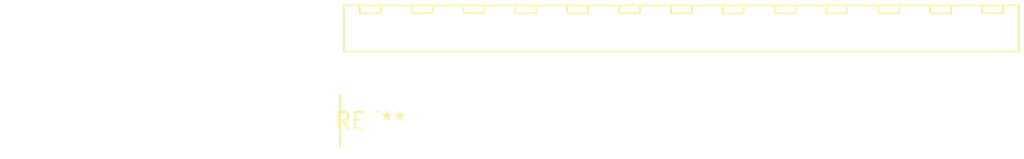
<source format=kicad_pcb>
(kicad_pcb (version 20240108) (generator pcbnew)
  (layers (0 "F.Cu" signal) (31 "B.Cu" signal) (34 "B.Paste" user) (35 "F.Paste" user) (36 "B.SilkS" user "B.Silkscreen") (37 "F.SilkS" user "F.Silkscreen") (38 "B.Mask" user) (39 "F.Mask" user) (44 "Edge.Cuts" user))
  (net 0 "")
  (footprint "Molex_KK-396_A-41792-0013_1x13_P3.96mm_Horizontal" (layer "F.Cu") (at 0 0)
    (property "Reference" "REF**")
    (property "Value" "Molex_KK-396_A-41792-0013_1x13_P3.96mm_Horizontal")
    (fp_line (start -2.305 -2) (end -2.305 2) (layer "F.SilkS") (stroke (width 0.12)))
    (fp_line (start -2.015 -8.82) (end 49.535 -8.82) (layer "F.SilkS") (stroke (width 0.12)))
    (fp_line (start -2.015 -5.3) (end -2.015 -8.82) (layer "F.SilkS") (stroke (width 0.12)))
    (fp_line (start -0.8 -8.82) (end -0.8 -8.22) (layer "F.SilkS") (stroke (width 0.12)))
    (fp_line (start -0.8 -8.22) (end 0.8 -8.22) (layer "F.SilkS") (stroke (width 0.12)))
    (fp_line (start 0.8 -8.22) (end 0.8 -8.82) (layer "F.SilkS") (stroke (width 0.12)))
    (fp_line (start 3.16 -8.82) (end 3.16 -8.22) (layer "F.SilkS") (stroke (width 0.12)))
    (fp_line (start 3.16 -8.22) (end 4.76 -8.22) (layer "F.SilkS") (stroke (width 0.12)))
    (fp_line (start 4.76 -8.22) (end 4.76 -8.82) (layer "F.SilkS") (stroke (width 0.12)))
    (fp_line (start 7.12 -8.82) (end 7.12 -8.22) (layer "F.SilkS") (stroke (width 0.12)))
    (fp_line (start 7.12 -8.22) (end 8.72 -8.22) (layer "F.SilkS") (stroke (width 0.12)))
    (fp_line (start 8.72 -8.22) (end 8.72 -8.82) (layer "F.SilkS") (stroke (width 0.12)))
    (fp_line (start 11.08 -8.82) (end 11.08 -8.22) (layer "F.SilkS") (stroke (width 0.12)))
    (fp_line (start 11.08 -8.22) (end 12.68 -8.22) (layer "F.SilkS") (stroke (width 0.12)))
    (fp_line (start 12.68 -8.22) (end 12.68 -8.82) (layer "F.SilkS") (stroke (width 0.12)))
    (fp_line (start 15.04 -8.82) (end 15.04 -8.22) (layer "F.SilkS") (stroke (width 0.12)))
    (fp_line (start 15.04 -8.22) (end 16.64 -8.22) (layer "F.SilkS") (stroke (width 0.12)))
    (fp_line (start 16.64 -8.22) (end 16.64 -8.82) (layer "F.SilkS") (stroke (width 0.12)))
    (fp_line (start 19 -8.82) (end 19 -8.22) (layer "F.SilkS") (stroke (width 0.12)))
    (fp_line (start 19 -8.22) (end 20.6 -8.22) (layer "F.SilkS") (stroke (width 0.12)))
    (fp_line (start 20.6 -8.22) (end 20.6 -8.82) (layer "F.SilkS") (stroke (width 0.12)))
    (fp_line (start 22.96 -8.82) (end 22.96 -8.22) (layer "F.SilkS") (stroke (width 0.12)))
    (fp_line (start 22.96 -8.22) (end 24.56 -8.22) (layer "F.SilkS") (stroke (width 0.12)))
    (fp_line (start 24.56 -8.22) (end 24.56 -8.82) (layer "F.SilkS") (stroke (width 0.12)))
    (fp_line (start 26.92 -8.82) (end 26.92 -8.22) (layer "F.SilkS") (stroke (width 0.12)))
    (fp_line (start 26.92 -8.22) (end 28.52 -8.22) (layer "F.SilkS") (stroke (width 0.12)))
    (fp_line (start 28.52 -8.22) (end 28.52 -8.82) (layer "F.SilkS") (stroke (width 0.12)))
    (fp_line (start 30.88 -8.82) (end 30.88 -8.22) (layer "F.SilkS") (stroke (width 0.12)))
    (fp_line (start 30.88 -8.22) (end 32.48 -8.22) (layer "F.SilkS") (stroke (width 0.12)))
    (fp_line (start 32.48 -8.22) (end 32.48 -8.82) (layer "F.SilkS") (stroke (width 0.12)))
    (fp_line (start 34.84 -8.82) (end 34.84 -8.22) (layer "F.SilkS") (stroke (width 0.12)))
    (fp_line (start 34.84 -8.22) (end 36.44 -8.22) (layer "F.SilkS") (stroke (width 0.12)))
    (fp_line (start 36.44 -8.22) (end 36.44 -8.82) (layer "F.SilkS") (stroke (width 0.12)))
    (fp_line (start 38.8 -8.82) (end 38.8 -8.22) (layer "F.SilkS") (stroke (width 0.12)))
    (fp_line (start 38.8 -8.22) (end 40.4 -8.22) (layer "F.SilkS") (stroke (width 0.12)))
    (fp_line (start 40.4 -8.22) (end 40.4 -8.82) (layer "F.SilkS") (stroke (width 0.12)))
    (fp_line (start 42.76 -8.82) (end 42.76 -8.22) (layer "F.SilkS") (stroke (width 0.12)))
    (fp_line (start 42.76 -8.22) (end 44.36 -8.22) (layer "F.SilkS") (stroke (width 0.12)))
    (fp_line (start 44.36 -8.22) (end 44.36 -8.82) (layer "F.SilkS") (stroke (width 0.12)))
    (fp_line (start 46.72 -8.82) (end 46.72 -8.22) (layer "F.SilkS") (stroke (width 0.12)))
    (fp_line (start 46.72 -8.22) (end 48.32 -8.22) (layer "F.SilkS") (stroke (width 0.12)))
    (fp_line (start 48.32 -8.22) (end 48.32 -8.82) (layer "F.SilkS") (stroke (width 0.12)))
    (fp_line (start 49.535 -8.82) (end 49.535 -5.3) (layer "F.SilkS") (stroke (width 0.12)))
    (fp_line (start 49.535 -5.3) (end -2.015 -5.3) (layer "F.SilkS") (stroke (width 0.12)))
    (pad "1" thru_hole roundrect (at 0 0) (size 3.16 4.1) (drill 1.7) (layers *.Cu *.Mask) (remove_unused_layers) (roundrect_rratio 0.079114))
    (pad "2" thru_hole oval (at 3.96 0) (size 3.16 4.1) (drill 1.7) (layers *.Cu *.Mask) (remove_unused_layers))
    (pad "3" thru_hole oval (at 7.92 0) (size 3.16 4.1) (drill 1.7) (layers *.Cu *.Mask) (remove_unused_layers))
    (pad "4" thru_hole oval (at 11.88 0) (size 3.16 4.1) (drill 1.7) (layers *.Cu *.Mask) (remove_unused_layers))
    (pad "5" thru_hole oval (at 15.84 0) (size 3.16 4.1) (drill 1.7) (layers *.Cu *.Mask) (remove_unused_layers))
    (pad "6" thru_hole oval (at 19.8 0) (size 3.16 4.1) (drill 1.7) (layers *.Cu *.Mask) (remove_unused_layers))
    (pad "7" thru_hole oval (at 23.76 0) (size 3.16 4.1) (drill 1.7) (layers *.Cu *.Mask) (remove_unused_layers))
    (pad "8" thru_hole oval (at 27.72 0) (size 3.16 4.1) (drill 1.7) (layers *.Cu *.Mask) (remove_unused_layers))
    (pad "9" thru_hole oval (at 31.68 0) (size 3.16 4.1) (drill 1.7) (layers *.Cu *.Mask) (remove_unused_layers))
    (pad "10" thru_hole oval (at 35.64 0) (size 3.16 4.1) (drill 1.7) (layers *.Cu *.Mask) (remove_unused_layers))
    (pad "11" thru_hole oval (at 39.6 0) (size 3.16 4.1) (drill 1.7) (layers *.Cu *.Mask) (remove_unused_layers))
    (pad "12" thru_hole oval (at 43.56 0) (size 3.16 4.1) (drill 1.7) (layers *.Cu *.Mask) (remove_unused_layers))
    (pad "13" thru_hole oval (at 47.52 0) (size 3.16 4.1) (drill 1.7) (layers *.Cu *.Mask) (remove_unused_layers))
  )
)
</source>
